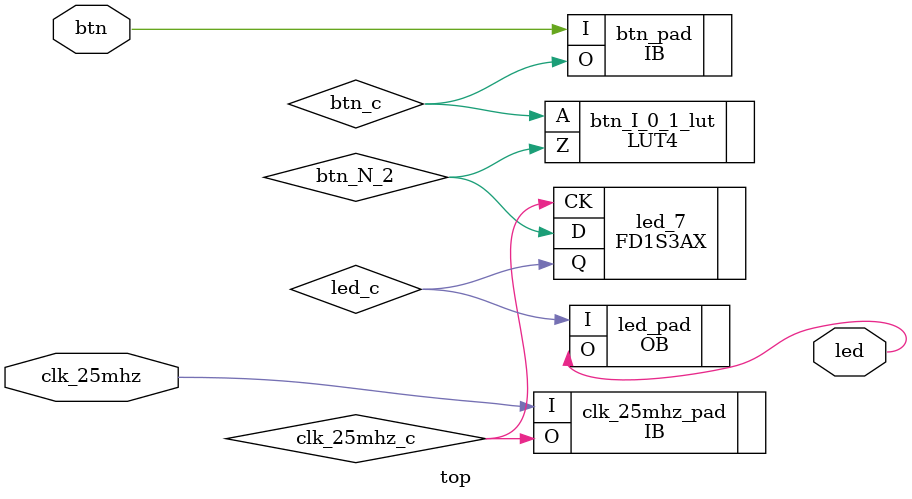
<source format=v>

module top (clk_25mhz, btn, led) /* synthesis syn_module_defined=1 */ ;   // /home/user/SDR-HLS/3.Testing/Button Test/top.v(1[8:11])
    input clk_25mhz;   // /home/user/SDR-HLS/3.Testing/Button Test/top.v(2[15:24])
    input btn;   // /home/user/SDR-HLS/3.Testing/Button Test/top.v(3[15:18])
    output led;   // /home/user/SDR-HLS/3.Testing/Button Test/top.v(4[15:18])
    
    wire clk_25mhz_c /* synthesis is_clock=1, SET_AS_NETWORK=clk_25mhz_c */ ;   // /home/user/SDR-HLS/3.Testing/Button Test/top.v(2[15:24])
    
    wire GND_net, btn_c, led_c, btn_N_2, VCC_net;
    
    VHI i16 (.Z(VCC_net));
    VLO i21 (.Z(GND_net));
    OB led_pad (.I(led_c), .O(led));   // /home/user/SDR-HLS/3.Testing/Button Test/top.v(4[15:18])
    IB clk_25mhz_pad (.I(clk_25mhz), .O(clk_25mhz_c));   // /home/user/SDR-HLS/3.Testing/Button Test/top.v(2[15:24])
    IB btn_pad (.I(btn), .O(btn_c));   // /home/user/SDR-HLS/3.Testing/Button Test/top.v(3[15:18])
    GSR GSR_INST (.GSR(VCC_net));
    FD1S3AX led_7 (.D(btn_N_2), .CK(clk_25mhz_c), .Q(led_c));   // /home/user/SDR-HLS/3.Testing/Button Test/top.v(7[8] 13[4])
    defparam led_7.GSR = "ENABLED";
    PUR PUR_INST (.PUR(VCC_net));
    defparam PUR_INST.RST_PULSE = 1;
    LUT4 btn_I_0_1_lut (.A(btn_c), .Z(btn_N_2)) /* synthesis lut_function=(!(A)) */ ;   // /home/user/SDR-HLS/3.Testing/Button Test/top.v(10[13] 12[7])
    defparam btn_I_0_1_lut.init = 16'h5555;
    
endmodule
//
// Verilog Description of module PUR
// module not written out since it is a black-box. 
//


</source>
